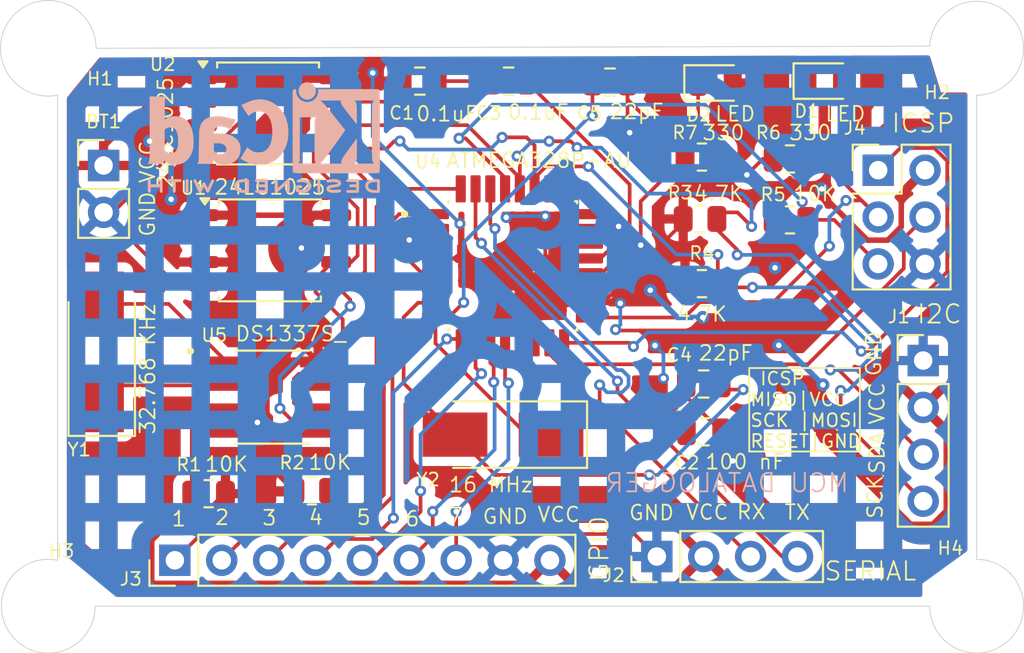
<source format=kicad_pcb>
(kicad_pcb (version 20241229) (generator "pcbnew") (generator_version "9.0")
  (title_block (title "${Project name}") (date "2025-06-06") (rev "1") (comment 1 "2layer PCB"))
  (layers (0 "F.Cu" mixed) (2 "B.Cu" mixed) (13 "F.Paste" user) (15 "B.Paste" user) (5 "F.SilkS" user "F.Silkscreen") (7 "B.SilkS" user "B.Silkscreen") (1 "F.Mask" user) (3 "B.Mask" user) (25 "Edge.Cuts" user))
  (property "Project name" "MCU Datalogger with memory and clock")
  (net 0 "")
  (net 1 "GND")
  (net 2 "/VCC")
  (net 3 "Net-(U4-AREF)")
  (net 4 "Net-(U4-PB6)")
  (net 5 "Net-(U4-PB7)")
  (net 6 "/SCK")
  (net 7 "Net-(D1-K)")
  (net 8 "Net-(D2-K)")
  (net 9 "/SDA")
  (net 10 "/RX")
  (net 11 "/TX")
  (net 12 "/D6")
  (net 13 "/D8")
  (net 14 "/D2")
  (net 15 "/D3")
  (net 16 "/D4")
  (net 17 "/D5")
  (net 18 "/D7")
  (net 19 "/MOSI")
  (net 20 "/MISO")
  (net 21 "/RESET")
  (net 22 "Net-(U5-~{INTA})")
  (net 23 "Net-(U5-SQW{slash}~INT)")
  (net 33 "Net-(U5-X1)")
  (net 34 "Net-(U5-X2)")
  (net 35 "/SCL")
  (footprint "LED_SMD:LED_0805_2012Metric" (layer "F.Cu") (at 81.3539 61.3156)
    (property "Reference" "D2")
    (property "Value" "LED")
  )
  (footprint "Package_SO:SOIC-8_5.3x5.3mm_P1.27mm" (layer "F.Cu") (at 57.2201 70.3834)
    (property "Reference" "U1")
    (property "Value" "24LC1025")
  )
  (footprint "Connector_PinHeader_2.54mm:PinHeader_2x03_P2.54mm_Vertical" (layer "F.Cu") (at 90.17 66.04)
    (property "Reference" "J4")
    (property "Value" "Conn_02x03_Odd_Even" (hide yes))
  )
  (footprint "ATMEGA328P-AU:QFP80P900X900X120-32N" (layer "F.Cu") (at 70.358 71.2216)
    (property "Reference" "U4")
    (property "Value" "ATMEGA328P-AU")
  )
  (footprint "MountingHole:MountingHole_2.1mm" (layer "F.Cu") (at 45.2628 59.3344)
    (property "Reference" "H1")
    (property "Value" "MountingHole" (hide yes))
  )
  (footprint "MountingHole:MountingHole_2.1mm" (layer "F.Cu") (at 95.4532 59.3344)
    (property "Reference" "H2")
    (property "Value" "MountingHole" (hide yes))
  )
  (footprint "LED_SMD:LED_0805_2012Metric" (layer "F.Cu") (at 87.2744 61.214)
    (property "Reference" "D1")
    (property "Value" "LED")
  )
  (footprint "Capacitor_SMD:C_0805_2012Metric" (layer "F.Cu") (at 80.7364 80.2132)
    (property "Reference" "C2")
    (property "Value" "100 nF")
  )
  (footprint "Package_SO:SOIC-8_5.3x5.3mm_P1.27mm" (layer "F.Cu") (at 57.1185 62.9666)
    (property "Reference" "U2")
    (property "Value" "24LC1025")
  )
  (footprint "Capacitor_SMD:C_0805_2012Metric" (layer "F.Cu") (at 75.6412 61.2648 180)
    (property "Reference" "C5")
    (property "Value" "22pF")
  )
  (footprint "Resistor_SMD:R_0805_2012Metric" (layer "F.Cu") (at 80.6215 72.1868)
    (property "Reference" "R4")
    (property "Value" "4.7K")
  )
  (footprint "Connector_PinHeader_2.54mm:PinHeader_1x04_P2.54mm_Vertical" (layer "F.Cu") (at 92.6084 76.3524)
    (property "Reference" "J1")
    (property "Value" "Conn_01x04_Pin" (hide yes))
  )
  (footprint "Resistor_SMD:R_0805_2012Metric" (layer "F.Cu") (at 85.3967 68.7324)
    (property "Reference" "R5")
    (property "Value" "10K")
  )
  (footprint "Resistor_SMD:R_0805_2012Metric" (layer "F.Cu") (at 80.6215 65.3288 180)
    (property "Reference" "R7")
    (property "Value" "330")
  )
  (footprint "Resistor_SMD:R_0805_2012Metric" (layer "F.Cu") (at 85.3948 65.4304)
    (property "Reference" "R6")
    (property "Value" "330")
  )
  (footprint "Crystal:Crystal_SMD_5032-2Pin_5.0x3.2mm_HandSoldering" (layer "F.Cu") (at 48.1076 75.886 90)
    (property "Reference" "Y1")
    (property "Value" "32.768 KHz")
  )
  (footprint "Connector_PinHeader_2.54mm:PinHeader_1x04_P2.54mm_Vertical" (layer "F.Cu") (at 78.1812 86.9696 90)
    (property "Reference" "J2")
    (property "Value" "Conn_01x04_Pin" (hide yes))
  )
  (footprint "MountingHole:MountingHole_2.1mm" (layer "F.Cu") (at 95.4532 89.662)
    (property "Reference" "H4")
    (property "Value" "MountingHole" (hide yes))
  )
  (footprint "Connector_PinHeader_2.54mm:PinHeader_1x02_P2.54mm_Vertical" (layer "F.Cu") (at 48.2092 65.786)
    (property "Reference" "BT1")
    (property "Value" "Battery" (hide yes))
  )
  (footprint "Capacitor_SMD:C_0805_2012Metric" (layer "F.Cu") (at 80.7212 77.6224)
    (property "Reference" "C4")
    (property "Value" "22pF")
  )
  (footprint "DS1337S_:SOIC127P600X175-8N" (layer "F.Cu") (at 57.3532 78.3336)
    (property "Reference" "U5")
    (property "Value" "DS1337S_")
  )
  (footprint "Capacitor_SMD:C_0805_2012Metric" (layer "F.Cu") (at 65.344 61.214)
    (property "Reference" "C1")
    (property "Value" "0.1uF")
  )
  (footprint "Resistor_SMD:R_0805_2012Metric" (layer "F.Cu") (at 59.4868 83.4136)
    (property "Reference" "R2")
    (property "Value" "10K")
  )
  (footprint "Connector_PinHeader_2.54mm:PinHeader_1x09_P2.54mm_Vertical" (layer "F.Cu") (at 52.07 87.1728 90)
    (property "Reference" "J3")
    (property "Value" "Conn_01x09_Pin" (hide yes))
  )
  (footprint "Capacitor_SMD:C_0805_2012Metric" (layer "F.Cu") (at 70.1548 61.214)
    (property "Reference" "C3")
    (property "Value" "0.1uF")
  )
  (footprint "Crystal:Crystal_SMD_5032-2Pin_5.0x3.2mm_HandSoldering" (layer "F.Cu") (at 69.85 80.3656 180)
    (property "Reference" "Y2")
    (property "Value" "16 MHz")
  )
  (footprint "Resistor_SMD:R_0805_2012Metric" (layer "F.Cu") (at 80.5199 68.6816)
    (property "Reference" "R3")
    (property "Value" "4.7K")
  )
  (footprint "Resistor_SMD:R_0805_2012Metric" (layer "F.Cu") (at 53.8988 83.566 180)
    (property "Reference" "R1")
    (property "Value" "10K")
  )
  (footprint "MountingHole:MountingHole_2.1mm" (layer "F.Cu") (at 45.2628 89.662)
    (property "Reference" "H3")
    (property "Value" "MountingHole" (hide yes))
  )
  (footprint "Symbol:KiCad-Logo2_5mm_SilkScreen" (layer "B.Cu") (at 56.896 64.262 180)
    (property "Reference" "REF**" (hide yes))
    (property "Value" "KiCad-Logo2_5mm_SilkScreen" (hide yes))
  )
  (gr_rect (start 83.185 76.7588) (end 89.1794 81.28) (stroke (width 0.1)) (fill no) (layer "F.SilkS"))
  (gr_line (start 48.0568 59.436) (end 47.802301 59.436) (stroke (width 0.05)) (layer "Edge.Cuts"))
  (gr_arc (start 45.72 61.976) (mid 43.20881 57.793777) (end 47.802302 59.436) (stroke (width 0.05)) (layer "Edge.Cuts"))
  (gr_arc (start 47.752 89.662) (mid 43.247711 91.272332) (end 45.710135 87.171325) (stroke (width 0.05)) (layer "Edge.Cuts"))
  (gr_line (start 95.504 61.976) (end 95.504 86.9188) (stroke (width 0.05)) (layer "Edge.Cuts"))
  (gr_line (start 95.504 86.9188) (end 95.504 87.122) (stroke (width 0.05)) (layer "Edge.Cuts"))
  (gr_line (start 45.72 87.122) (end 45.72 61.976) (stroke (width 0.05)) (layer "Edge.Cuts"))
  (gr_arc (start 92.964 59.320955) (mid 97.342117 57.679253) (end 95.504 61.978604) (stroke (width 0.05)) (layer "Edge.Cuts"))
  (gr_arc (start 95.504 87.122) (mid 97.300051 91.458051) (end 92.964 89.662) (stroke (width 0.05)) (layer "Edge.Cuts"))
  (gr_line (start 92.964 89.662) (end 47.752 89.662) (stroke (width 0.05)) (layer "Edge.Cuts"))
  (gr_line (start 45.72 87.122) (end 45.72 87.171325) (stroke (width 0.05)) (layer "Edge.Cuts"))
  (gr_line (start 48.0568 59.436) (end 92.964 59.320955) (stroke (width 0.05)) (layer "Edge.Cuts"))
  (gr_text "SDA" (at 90.5764 82.55 90) (layer "F.SilkS") (effects (font (size 0.8 0.8) (thickness 0.1)) (justify left bottom)))
  (gr_text "SERIAL" (at 87.1812 88.3496 0) (layer "F.SilkS") (effects (font (size 1 1) (thickness 0.1)) (justify left bottom)))
  (gr_text "TX" (at 85.0392 85.0392 0) (layer "F.SilkS") (effects (font (size 0.8 0.8) (thickness 0.1)) (justify left bottom)))
  (gr_text "SCK" (at 90.4748 84.9884 90) (layer "F.SilkS") (effects (font (size 0.8 0.8) (thickness 0.1)) (justify left bottom)))
  (gr_text "RX" (at 82.4484 85.0138 0) (layer "F.SilkS") (effects (font (size 0.8 0.8) (thickness 0.1)) (justify left bottom)))
  (gr_text "4" (at 59.2582 85.3186 0) (layer "F.SilkS") (effects (font (size 0.8 0.8) (thickness 0.1)) (justify left bottom)))
  (gr_text "GND" (at 51.054 69.706 90) (layer "F.SilkS") (effects (font (size 0.8 0.8) (thickness 0.1)) (justify left bottom)))
  (gr_text "GND" (at 68.6816 85.2678 0) (layer "F.SilkS") (effects (font (size 0.8 0.8) (thickness 0.1)) (justify left bottom)))
  (gr_text "7" (at 66.8274 85.217 0) (layer "F.SilkS") (effects (font (size 0.8 0.8) (thickness 0.1)) (justify left bottom)))
  (gr_text "GND" (at 76.6064 85.0646 0) (layer "F.SilkS") (effects (font (size 0.8 0.8) (thickness 0.1)) (justify left bottom)))
  (gr_text "I2C" (at 92.202 74.422 0) (layer "F.SilkS") (effects (font (size 1 1) (thickness 0.1)) (justify left bottom)))
  (gr_text "ICSP" (at 90.8304 64.0842 0) (layer "F.SilkS") (effects (font (size 1 1) (thickness 0.1)) (justify left bottom)))
  (gr_text " ICSP\nMISO|VCC\nSCK |MOSI\nRESET|GND" (at 83.185 81.1276 0) (layer "F.SilkS") (effects (font (size 0.7 0.7) (thickness 0.1)) (justify left bottom)))
  (gr_text "GND" (at 90.3986 77.2668 90) (layer "F.SilkS") (effects (font (size 0.8 0.8) (thickness 0.1)) (justify left bottom)))
  (gr_text "5" (at 61.849 85.3186 0) (layer "F.SilkS") (effects (font (size 0.8 0.8) (thickness 0.1)) (justify left bottom)))
  (gr_text "VCC" (at 71.6534 85.1662 0) (layer "F.SilkS") (effects (font (size 0.8 0.8) (thickness 0.1)) (justify left bottom)))
  (gr_text "GPIO" (at 75.6412 88.3496 90) (layer "F.SilkS") (effects (font (size 1 1) (thickness 0.1)) (justify left bottom)))
  (gr_text "VCC" (at 79.7052 85.0392 0) (layer "F.SilkS") (effects (font (size 0.8 0.8) (thickness 0.1)) (justify left bottom)))
  (gr_text "6" (at 64.4906 85.3948 0) (layer "F.SilkS") (effects (font (size 0.8 0.8) (thickness 0.1)) (justify left bottom)))
  (gr_text "VCC" (at 51.054 66.802 90) (layer "F.SilkS") (effects (font (size 0.8 0.8) (thickness 0.1)) (justify left bottom)))
  (gr_text "VCC" (at 90.5764 79.883 90) (layer "F.SilkS") (effects (font (size 0.8 0.8) (thickness 0.1)) (justify left bottom)))
  (gr_text "2\n" (at 54.1782 85.3186 0) (layer "F.SilkS") (effects (font (size 0.8 0.8) (thickness 0.1)) (justify left bottom)))
  (gr_text "3" (at 56.7436 85.344 0) (layer "F.SilkS") (effects (font (size 0.8 0.8) (thickness 0.1)) (justify left bottom)))
  (gr_text "1" (at 51.8414 85.3948 0) (layer "F.SilkS") (effects (font (size 0.8 0.8) (thickness 0.1)) (justify left bottom)))
  (gr_text "MCU DATALOGGER" (at 88.646 83.566 0) (layer "B.SilkS") (effects (font (size 1 1) (thickness 0.1)) (justify left bottom mirror)))
  (segment (start 69.85 87.1728) (end 71.2724 85.7504) (width 0.2) (layer "F.Cu") (net 1))
  (segment (start 53.531 64.8716) (end 54.1528 64.8716) (width 0.2) (layer "F.Cu") (net 1))
  (segment (start 66.188 71.6216) (end 65.453 71.6216) (width 0.2) (layer "F.Cu") (net 1))
  (segment (start 77.308 67.726) (end 79.7052 65.3288) (width 0.2) (layer "F.Cu") (net 1))
  (segment (start 64.97 70.0216) (end 64.77 69.8216) (width 0.2) (layer "F.Cu") (net 1))
  (segment (start 54.1528 64.8716) (end 56.6928 62.3316) (width 0.2) (layer "F.Cu") (net 1))
  (segment (start 76.5912 63.8912) (end 76.708 64.008) (width 0.2) (layer "F.Cu") (net 1))
  (segment (start 79.7052 65.3288) (end 79.709 65.3288) (width 0.2) (layer "F.Cu") (net 1))
  (segment (start 64.77 70.9386) (end 64.77 69.8216) (width 0.2) (layer "F.Cu") (net 1))
  (segment (start 71.2724 85.7504) (end 76.962 85.7504) (width 0.2) (layer "F.Cu") (net 1))
  (segment (start 66.188 70.0216) (end 64.97 70.0216) (width 0.2) (layer "F.Cu") (net 1))
  (segment (start 48.2092 68.326) (end 52.1716 72.2884) (width 0.2) (layer "F.Cu") (net 1))
  (segment (start 65.1764 62.3316) (end 66.294 61.214) (width 0.2) (layer "F.Cu") (net 1))
  (segment (start 81.6864 80.2132) (end 81.6864 81.1784) (width 0.2) (layer "F.Cu") (net 1))
  (segment (start 76.962 85.7504) (end 78.1812 86.9696) (width 0.2) (layer "F.Cu") (net 1))
  (segment (start 56.007 80.2386) (end 56.5404 79.7052) (width 0.2) (layer "F.Cu") (net 1))
  (segment (start 52.1716 72.2884) (end 53.6326 72.2884) (width 0.2) (layer "F.Cu") (net 1))
  (segment (start 53.531 62.3316) (end 56.6928 62.3316) (width 0.2) (layer "F.Cu") (net 1))
  (segment (start 56.6928 62.3316) (end 60.706 62.3316) (width 0.2) (layer "F.Cu") (net 1))
  (segment (start 60.706 62.3316) (end 65.1764 62.3316) (width 0.2) (layer "F.Cu") (net 1))
  (segment (start 53.4294 64.77) (end 53.531 64.8716) (width 0.2) (layer "F.Cu") (net 1))
  (segment (start 54.8782 80.2386) (end 56.007 80.2386) (width 0.2) (layer "F.Cu") (net 1))
  (segment (start 81.6864 80.2132) (end 79.7712 78.298) (width 0.2) (layer "F.Cu") (net 1))
  (segment (start 48.7172 68.326) (end 52.1716 64.8716) (width 0.2) (layer "F.Cu") (net 1))
  (segment (start 60.8076 69.7484) (end 59.436 69.7484) (width 0.2) (layer "F.Cu") (net 1))
  (segment (start 76.108 69.838912) (end 76.108 69.088) (width 0.2) (layer "F.Cu") (net 1))
  (segment (start 79.7712 78.298) (end 79.7712 77.6224) (width 0.2) (layer "F.Cu") (net 1))
  (segment (start 74.528 70.8216) (end 75.125312 70.8216) (width 0.2) (layer "F.Cu") (net 1))
  (segment (start 65.453 71.6216) (end 64.77 70.9386) (width 0.2) (layer "F.Cu") (net 1))
  (segment (start 52.1716 64.8716) (end 53.531 64.8716) (width 0.2) (layer "F.Cu") (net 1))
  (segment (start 77.308 70.101399) (end 77.308 67.726) (width 0.2) (layer "F.Cu") (net 1))
  (segment (start 75.125312 70.8216) (end 76.108 69.838912) (width 0.2) (layer "F.Cu") (net 1))
  (segment (start 76.5912 62.211) (end 79.709 65.3288) (width 0.2) (layer "F.Cu") (net 1))
  (segment (start 81.6864 81.1784) (end 82.296 81.788) (width 0.2) (layer "F.Cu") (net 1))
  (segment (start 66.294 61.214) (end 69.2048 61.214) (width 0.2) (layer "F.Cu") (net 1))
  (segment (start 59.436 69.7484) (end 58.928 70.2564) (width 0.2) (layer "F.Cu") (net 1))
  (segment (start 76.5912 61.2648) (end 76.5912 63.8912) (width 0.2) (layer "F.Cu") (net 1))
  (segment (start 84.4823 65.4304) (end 83.9216 65.4304) (width 0.2) (layer "F.Cu") (net 1))
  (segment (start 76.5912 61.2648) (end 76.5912 62.211) (width 0.2) (layer "F.Cu") (net 1))
  (segment (start 48.2092 68.326) (end 48.7172 68.326) (width 0.2) (layer "F.Cu") (net 1))
  (segment (start 83.9216 65.4304) (end 83.058 66.294) (width 0.2) (layer "F.Cu") (net 1))
  (via (at 82.296 81.788) (size 0.6) (drill 0.3) (layers "F.Cu" "B.Cu") (net 1))
  (via (at 83.058 66.294) (size 0.6) (drill 0.3) (layers "F.Cu" "B.Cu") (net 1))
  (via (at 76.108 69.088) (size 0.6) (drill 0.3) (layers "F.Cu" "B.Cu") (net 1))
  (via (at 58.928 70.2564) (size 0.6) (drill 0.3) (layers "F.Cu" "B.Cu") (net 1))
  (via (at 77.308 70.101399) (size 0.6) (drill 0.3) (layers "F.Cu" "B.Cu") (net 1))
  (via (at 76.708 64.008) (size 0.6) (drill 0.3) (layers "F.Cu" "B.Cu") (net 1))
  (via (at 56.5404 79.7052) (size 0.6) (drill 0.3) (layers "F.Cu" "B.Cu") (net 1))
  (via (at 64.77 69.8216) (size 0.6) (drill 0.3) (layers "F.Cu" "B.Cu") (net 1))
  (segment (start 76.294601 69.088) (end 77.308 70.101399) (width 0.2) (layer "B.Cu") (net 1))
  (segment (start 76.108 69.088) (end 76.294601 69.088) (width 0.2) (layer "B.Cu") (net 1))
  (segment (start 87.176707 80.464107) (end 87.176707 77.665387) (width 0.3) (layer "F.Cu") (net 2))
  (segment (start 91.936 85.2234) (end 87.176707 80.464107) (width 0.3) (layer "F.Cu") (net 2))
  (segment (start 83.6676 74.0156) (end 80.6704 74.0156) (width 0.3) (layer "F.Cu") (net 2))
  (segment (start 52.1716 61.608501) (end 52.1716 63.6016) (width 0.3) (layer "F.Cu") (net 2))
  (segment (start 94.6404 80.9244) (end 94.6404 85.4456) (width 0.3) (layer "F.Cu") (net 2))
  (segment (start 72.9902 71.4662) (end 73.442 71.918) (width 0.2) (layer "F.Cu") (net 2))
  (segment (start 84.4842 68.7324) (end 84.4842 71.230612) (width 0.3) (layer "F.Cu") (net 2))
  (segment (start 51.562 63.6016) (end 50.6984 64.4652) (width 0.3) (layer "F.Cu") (net 2))
  (segment (start 73.685978 73.0476) (end 74.528 73.0476) (width 0.2) (layer "F.Cu") (net 2))
  (segment (start 78.5368 78.9636) (end 78.5368 77.3176) (width 0.2) (layer "F.Cu") (net 2))
  (segment (start 92.6084 78.8924) (end 93.8594 80.1434) (width 0.3) (layer "F.Cu") (net 2))
  (segment (start 75.9968 74.7268) (end 77.2668 74.7268) (width 0.2) (layer "F.Cu") (net 2))
  (segment (start 52.718501 61.0616) (end 52.1716 61.608501) (width 0.3) (layer "F.Cu") (net 2))
  (segment (start 62.788613 60.198) (end 62.70778 60.117167) (width 0.2) (layer "F.Cu") (net 2))
  (segment (start 48.2092 64.840198) (end 48.2092 65.786) (width 0.2) (layer "F.Cu") (net 2))
  (segment (start 54.8113 83.566) (end 58.4219 83.566) (width 0.3) (layer "F.Cu") (net 2))
  (segment (start 58.5743 83.4136) (end 57.2414 82.0807) (width 0.3) (layer "F.Cu") (net 2))
  (segment (start 58.4219 83.566) (end 58.5743 83.4136) (width 0.3) (layer "F.Cu") (net 2))
  (segment (start 84.4842 71.230612) (end 84.582 71.328412) (width 0.3) (layer "F.Cu") (net 2))
  (segment (start 57.2414 79.416364) (end 57.0586 79.233564) (width 0.3) (layer "F.Cu") (net 2))
  (segment (start 71.139 88.4238) (end 50.819 88.4238) (width 0.3) (layer "F.Cu") (net 2))
  (segment (start 53.6326 69.7484) (end 53.6326 71.0184) (width 0.3) (layer "F.Cu") (net 2))
  (segment (start 64.14 61.468) (end 64.394 61.214) (width 0.3) (layer "F.Cu") (net 2))
  (segment (start 73.442 72.003622) (end 73.459978 72.0216) (width 0.2) (layer "F.Cu") (net 2))
  (segment (start 52.769 67.6148) (end 53.6326 68.4784) (width 0.3) (layer "F.Cu") (net 2))
  (segment (start 77.8256 72.5424) (end 79.3534 72.5424) (width 0.3) (layer "F.Cu") (net 2))
  (segment (start 53.531 61.0616) (end 52.718501 61.0616) (width 0.3) (layer "F.Cu") (net 2))
  (segment (start 57.0586 79.233564) (end 57.0586 78.09516) (width 0.3) (layer "F.Cu") (net 2))
  (segment (start 77.2668 74.7268) (end 78.0796 75.5396) (width 0.2) (layer "F.Cu") (net 2))
  (segment (start 74.56 73.2536) (end 74.528 73.2216) (width 0.2) (layer "F.Cu") (net 2))
  (segment (start 58.227 74.8274) (end 58.227 69.966036) (width 0.3) (layer "F.Cu") (net 2))
  (segment (start 84.4842 68.1698) (end 84.4842 68.7324) (width 0.3) (layer "F.Cu") (net 2))
  (segment (start 57.0586 78.09516) (end 58.72516 76.4286) (width 0.3) (layer "F.Cu") (net 2))
  (segment (start 79.6074 72.0852) (end 79.709 72.1868) (width 0.3) (layer "F.Cu") (net 2))
  (segment (start 57.2414 82.0807) (end 57.2414 79.416364) (width 0.3) (layer "F.Cu") (net 2))
  (segment (start 62.70778 60.117167) (end 52.932231 60.117167) (width 0.2) (layer "F.Cu") (net 2))
  (segment (start 82.7532 89.0016) (end 80.7212 86.9696) (width 0.3) (layer "F.Cu") (net 2))
  (segment (start 91.0844 89.0016) (end 82.7532 89.0016) (width 0.3) (layer "F.Cu") (net 2))
  (segment (start 67.5132 68.9356) (end 67.5132 70.093712) (width 0.2) (layer "F.Cu") (net 2))
  (segment (start 53.531 61.0616) (end 60.706 61.0616) (width 0.3) (layer "F.Cu") (net 2))
  (segment (start 67.457256 70.149656) (end 67.457256 70.8216) (width 0.2) (layer "F.Cu") (net 2))
  (segment (start 62.788613 60.768) (end 62.788613 60.198) (width 0.2) (layer "F.Cu") (net 2))
  (segment (start 87.122 67.056) (end 85.598 67.056) (width 0.3) (layer "F.Cu") (net 2))
  (segment (start 72.933146 71.4662) (end 72.9902 71.4662) (width 0.2) (layer "F.Cu") (net 2))
  (segment (start 67.457256 70.8216) (end 66.188 70.8216) (width 0.2) (layer "F.Cu") (net 2))
  (segment (start 72.39 87.1728) (end 71.139 88.4238) (width 0.3) (layer "F.Cu") (net 2))
  (segment (start 73.442 72.039578) (end 73.442 72.803622) (width 0.2) (layer "F.Cu") (net 2))
  (segment (start 72.136 68.5292) (end 72.136 70.612) (width 0.2) (layer "F.Cu") (net 2))
  (segment (start 53.531 63.6016) (end 51.562 63.6016) (width 0.3) (layer "F.Cu") (net 2))
  (segment (start 72.39 87.1728) (end 74.168 88.9508) (width 0.3) (layer "F.Cu") (net 2))
  (segment (start 78.74 88.9508) (end 80.7212 86.9696) (width 0.3) (layer "F.Cu") (net 2))
  (segment (start 92.71 66.04) (end 91.421 67.329) (width 0.3) (layer "F.Cu") (net 2))
  (segment (start 89.58952 69.831) (end 87.122 67.36348) (width 0.3) (layer "F.Cu") (net 2))
  (segment (start 87.122 67.36348) (end 87.122 67.056) (width 0.3) (layer "F.Cu") (net 2))
  (segment (start 52.1716 63.6016) (end 53.531 63.6016) (width 0.3) (layer "F.Cu") (net 2))
  (segment (start 93.8594 80.1434) (end 93.8594 84.490582) (width 0.3) (layer "F.Cu") (net 2))
  (segment (start 79.6074 68.6816) (end 79.6074 72.0852) (width 0.3) (layer "F.Cu") (net 2))
  (segment (start 52.932231 60.117167) (end 48.2092 64.840198) (width 0.2) (layer "F.Cu") (net 2))
  (segment (start 91.421 69.098182) (end 90.688182 69.831) (width 0.3) (layer "F.Cu") (net 2))
  (segment (start 75.263 73.2216) (end 79.6074 68.8772) (width 0.2) (layer "F.Cu") (net 2))
  (segment (start 84.7852 75.1332) (end 83.6676 74.0156) (width 0.3) (layer "F.Cu") (net 2))
  (segment (start 60.706 61.0616) (end 61.1124 61.468) (width 0.3) (layer "F.Cu") (net 2))
  (segment (start 72.5518 71.084854) (end 72.933146 71.4662) (width 0.2) (layer "F.Cu") (net 2))
  (segment (start 94.6404 85.4456) (end 91.0844 89.0016) (width 0.3) (layer "F.Cu") (net 2))
  (segment (start 50.819 88.4238) (end 50.819 86.087) (width 0.3) (layer "F.Cu") (net 2))
  (segment (start 52.239 84.667) (end 53.7103 84.667) (width 0.3) (layer "F.Cu") (net 2))
  (segment (start 50.819 86.087) (end 52.239 84.667) (width 0.3) (layer "F.Cu") (net 2))
  (segment (start 93.126582 85.2234) (end 91.936 85.2234) (width 0.3) (layer "F.Cu") (net 2))
  (segment (start 85.598 67.056) (end 84.4842 68.1698) (width 0.3) (layer "F.Cu") (net 2))
  (segment (start 84.7852 75.5284) (end 84.7852 75.1332) (width 0.3) (layer "F.Cu") (net 2))
  (segment (start 51.8668 67.6148) (end 52.769 67.6148) (width 0.3) (layer "F.Cu") (net 2))
  (segment (start 74.168 88.9508) (end 78.74 88.9508) (width 0.3) (layer "F.Cu") (net 2))
  (segment (start 73.442 71.918) (end 73.442 72.003622) (width 0.2) (layer "F.Cu") (net 2))
  (segment (start 74.528 73.0476) (end 74.528 73.2216) (width 0.2) (layer "F.Cu") (net 2))
  (segment (start 53.6326 68.4784) (end 60.8076 68.4784) (width 0.3) (layer "F.Cu") (net 2))
  (segment (start 79.6074 68.8772) (end 79.6074 68.6816) (width 0.2) (layer "F.Cu") (net 2))
  (segment (start 90.688182 69.831) (end 89.58952 69.831) (width 0.3) (layer "F.Cu") (net 2))
  (segment (start 74.528 73.2216) (end 75.263 73.2216) (width 0.2) (layer "F.Cu") (net 2))
  (segment (start 75.946 74.676) (end 75.9968 74.7268) (width 0.2) (layer "F.Cu") (net 2))
  (segment (start 91.421 67.329) (end 91.421 69.098182) (width 0.3) (layer "F.Cu") (net 2))
  (segment (start 61.1124 61.468) (end 64.14 61.468) (width 0.3) (layer "F.Cu") (net 2))
  (segment (start 58.72516 76.4286) (end 59.8282 76.4286) (width 0.3) (layer "F.Cu") (net 2))
  (segment (start 53.7103 84.667) (end 54.8113 83.566) (width 0.3) (layer "F.Cu") (net 2))
  (segment (start 67.5132 70.093712) (end 67.457256 70.149656) (width 0.2) (layer "F.Cu") (net 2))
  (segment (start 72.5518 71.0278) (end 72.5518 71.084854) (width 0.2) (layer "F.Cu") (net 2))
  (segment (start 92.6084 78.8924) (end 94.6404 80.9244) (width 0.3) (layer "F.Cu") (net 2))
  (segment (start 79.3534 72.5424) (end 79.709 72.1868) (width 0.3) (layer "F.Cu") (net 2))
  (segment (start 53.6326 68.4784) (end 53.6326 69.7484) (width 0.3) (layer "F.Cu") (net 2))
  (segment (start 59.8282 76.4286) (end 58.227 74.8274) (width 0.3) (layer "F.Cu") (net 2))
  (segment (start 73.442 72.803622) (end 73.685978 73.0476) (width 0.2) (layer "F.Cu") (net 2))
  (segment (start 76.2 73.2536) (end 74.56 73.2536) (width 0.2) (layer "F.Cu") (net 2))
  (segment (start 73.459978 72.0216) (end 73.442 72.039578) (width 0.2) (layer "F.Cu") (net 2))
  (segment (start 59.714636 68.4784) (end 60.8076 68.4784) (width 0.3) (layer "F.Cu") (net 2))
  (segment (start 72.136 70.612) (end 72.5518 71.0278) (width 0.2) (layer "F.Cu") (net 2))
  (segment (start 58.227 69.966036) (end 59.714636 68.4784) (width 0.3) (layer "F.Cu") (net 2))
  (segment (start 93.8594 84.490582) (end 93.126582 85.2234) (width 0.3) (layer "F.Cu") (net 2))
  (segment (start 79.7864 80.2132) (end 78.5368 78.9636) (width 0.2) (layer "F.Cu") (net 2))
  (via (at 50.6984 64.4652) (size 0.7) (drill 0.3) (layers "F.Cu" "B.Cu") (net 2))
  (via (at 87.122 67.056) (size 0.7) (drill 0.3) (layers "F.Cu" "B.Cu") (net 2))
  (via (at 87.176707 77.665387) (size 0.7) (drill 0.3) (layers "F.Cu" "B.Cu") (net 2))
  (via (at 62.788613 60.768) (size 0.6) (drill 0.3) (layers "F.Cu" "B.Cu") (net 2))
  (via (at 67.5132 68.9356) (size 0.6) (drill 0.3) (layers "F.Cu" "B.Cu") (net 2))
  (via (at 51.8668 67.6148) (size 0.7) (drill 0.3) (layers "F.Cu" "B.Cu") (net 2))
  (via (at 76.2 73.2536) (size 0.6) (drill 0.3) (layers "F.Cu" "B.Cu") (net 2))
  (via (at 80.6704 74.0156) (size 0.7) (drill 0.3) (layers "F.Cu" "B.Cu") (net 2))
  (via (at 84.7852 75.5284) (size 0.7) (drill 0.3) (layers "F.Cu" "B.Cu") (net 2))
  (via (at 78.5368 77.3176) (size 0.6) (drill 0.3) (layers "F.Cu" "B.Cu") (net 2))
  (via (at 75.946 74.676) (size 0.6) (drill 0.3) (layers "F.Cu" "B.Cu") (net 2))
  (via (at 84.582 71.328412) (size 0.7) (drill 0.3) (layers "F.Cu" "B.Cu") (net 2))
  (via (at 70.020265 68.597865) (size 0.6) (drill 0.3) (layers "F.Cu" "B.Cu") (net 2))
  (via (at 78.0796 75.5396) (size 0.6) (drill 0.3) (layers "F.Cu" "B.Cu") (net 2))
  (via (at 77.8256 72.5424) (size 0.7) (drill 0.3) (layers "F.Cu" "B.Cu") (net 2))
  (via (at 72.136 68.5292) (size 0.6) (drill 0.3) (layers "F.Cu" "B.Cu") (net 2))
  (segment (start 70.08893 68.5292) (end 70.020265 68.597865) (width 0.2) (layer "B.Cu") (net 2))
  (segment (start 62.788613 64.211013) (end 67.5132 68.9356) (width 0.2) (layer "B.Cu") (net 2))
  (segment (start 51.8668 65.6336) (end 51.8668 67.6148) (width 0.3) (layer "B.Cu") (net 2))
  (segment (start 75.946 74.676) (end 76.2 74.422) (width 0.2) (layer "B.Cu") (net 2))
  (segment (start 85.03972 75.5284) (end 84.7852 75.5284) (width 0.3) (layer "B.Cu") (net 2))
  (segment (start 78.5368 75.9968) (end 78.0796 75.5396) (width 0.2) (layer "B.Cu") (net 2))
  (segment (start 87.176707 77.665387) (end 85.03972 75.5284) (width 0.3) (layer "B.Cu") (net 2))
  (segment (start 78.5368 77.3176) (end 78.5368 75.9968) (width 0.2) (layer "B.Cu") (net 2))
  (segment (start 76.2 74.422) (end 76.2 73.2536) (width 0.2) (layer "B.Cu") (net 2))
  (segment (start 80.6704 74.0156) (end 79.2988 74.0156) (width 0.3) (layer "B.Cu") (net 2))
  (segment (start 72.136 68.5292) (end 70.08893 68.5292) (width 0.2) (layer "B.Cu") (net 2))
  (segment (start 79.2988 74.0156) (end 77.8256 72.5424) (width 0.3) (layer "B.Cu") (net 2))
  (segment (start 50.6984 64.4652) (end 51.8668 65.6336) (width 0.3) (layer "B.Cu") (net 2))
  (segment (start 62.788613 60.768) (end 62.788613 64.211013) (width 0.2) (layer "B.Cu") (net 2))
  (segment (start 76.708 70.1184) (end 75.2048 71.6216) (width 0.2) (layer "F.Cu") (net 3))
  (segment (start 71.1048 61.214) (end 76.708 66.8172) (width 0.2) (layer "F.Cu") (net 3))
  (segment (start 76.708 66.8172) (end 76.708 70.1184) (width 0.2) (layer "F.Cu") (net 3))
  (segment (start 75.2048 71.6216) (end 74.528 71.6216) (width 0.2) (layer "F.Cu") (net 3))
  (segment (start 64.4652 77.5808) (end 64.4652 74.0044) (width 0.2) (layer "F.Cu") (net 4))
  (segment (start 67.25 80.3656) (end 64.4652 77.5808) (width 0.2) (layer "F.Cu") (net 4))
  (segment (start 65.248 73.2216) (end 66.188 73.2216) (width 0.2) (layer "F.Cu") (net 4))
  (segment (start 82.8548 77.9272) (end 81.976 77.9272) (width 0.2) (layer "F.Cu") (net 4))
  (segment (start 67.25 80.3656) (end 69.4344 82.55) (width 0.2) (layer "F.Cu") (net 4))
  (segment (start 64.4652 74.0044) (end 65.248 73.2216) (width 0.2) (layer "F.Cu") (net 4))
  (segment (start 81.976 77.9272) (end 81.6712 77.6224) (width 0.2) (layer "F.Cu") (net 4))
  (segment (start 69.4344 82.55) (end 77.7748 82.55) (width 0.2) (layer "F.Cu") (net 4))
  (via (at 77.7748 82.55) (size 0.6) (drill 0.3) (layers "F.Cu" "B.Cu") (net 4))
  (via (at 82.8548 77.9272) (size 0.6) (drill 0.3) (layers "F.Cu" "B.Cu") (net 4))
  (segment (start 77.7748 82.55) (end 78.232 82.55) (width 0.2) (layer "B.Cu") (net 4))
  (segment (start 78.232 82.55) (end 82.8548 77.9272) (width 0.2) (layer "B.Cu") (net 4))
  (segment (start 66.188 75.418912) (end 66.188 74.0216) (width 0.2) (layer "F.Cu") (net 5))
  (segment (start 67.7164 73.2028) (end 66.8976 74.0216) (width 0.2) (layer "F.Cu") (net 5))
  (segment (start 72.45 80.3656) (end 71.134688 80.3656) (width 0.2) (layer "F.Cu") (net 5))
  (segment (start 74.6912 63.0784) (end 74.676 63.0936) (width 0.2) (layer "F.Cu") (net 5))
  (segment (start 71.134688 80.3656) (end 66.188 75.418912) (width 0.2) (layer "F.Cu") (net 5))
  (segment (start 74.6912 61.2648) (end 74.6912 63.0784) (width 0.2) (layer "F.Cu") (net 5))
  (segment (start 66.8976 74.0216) (end 66.188 74.0216) (width 0.2) (layer "F.Cu") (net 5))
  (via (at 74.676 63.0936) (size 0.6) (drill 0.3) (layers "F.Cu" "B.Cu") (net 5))
  (via (at 67.7164 73.2028) (size 0.6) (drill 0.3) (layers "F.Cu" "B.Cu") (net 5))
  (segment (start 74.676 63.0936) (end 74.5744 63.0936) (width 0.2) (layer "B.Cu") (net 5))
  (segment (start 74.5744 63.0936) (end 67.7164 69.9516) (width 0.2) (layer "B.Cu") (net 5))
  (segment (start 67.7164 69.9516) (end 67.7164 73.2028) (width 0.2) (layer "B.Cu") (net 5))
  (segment (start 88.2119 61.214) (end 88.2119 66.6219) (width 0.2) (layer "F.Cu") (net 6))
  (segment (start 74.528 74.0216) (end 79.673036 74.0216) (width 0.2) (layer "F.Cu") (net 6))
  (segment (start 89.269965 67.679965) (end 90.17 68.58) (width 0.2) (layer "F.Cu") (net 6))
  (segment (start 80.506836 73.1878) (end 84.4954 73.1878) (width 0.2) (layer "F.Cu") (net 6))
  (segment (start 88.428435 67.679965) (end 89.269965 67.679965) (width 0.2) (layer "F.Cu") (net 6))
  (segment (start 79.673036 74.0216) (end 80.506836 73.1878) (width 0.2) (layer "F.Cu") (net 6))
  (segment (start 88.2119 66.6219) (end 90.17 68.58) (width 0.2) (layer "F.Cu") (net 6))
  (segment (start 84.4954 73.1878) (end 87.5284 70.1548) (width 0.2) (layer "F.Cu") (net 6))
  (via (at 87.5284 70.1548) (size 0.6) (drill 0.3) (layers "F.Cu" "B.Cu") (net 6))
  (via (at 88.428435 67.679965) (size 0.6) (drill 0.3) (layers "F.Cu" "B.Cu") (net 6))
  (segment (start 87.5284 68.58) (end 88.428435 67.679965) (width 0.2) (layer "B.Cu") (net 6))
  (segment (start 87.5284 70.1548) (end 87.5284 68.58) (width 0.2) (layer "B.Cu") (net 6))
  (segment (start 86.3369 65.4008) (end 86.3073 65.4304) (width 0.2) (layer "F.Cu") (net 7))
  (segment (start 86.3369 61.214) (end 86.3369 65.4008) (width 0.2) (layer "F.Cu") (net 7))
  (segment (start 80.4164 61.3156) (end 80.4164 64.2112) (width 0.2) (layer "F.Cu") (net 8))
  (segment (start 80.4164 64.2112) (end 81.534 65.3288) (width 0.2) (layer "F.Cu") (net 8))
  (segment (start 92.6084 81.4324) (end 88.0364 76.8604) (width 0.2) (layer "F.Cu") (net 9))
  (segment (start 81.7372 72.39) (end 81.534 72.1868) (width 0.2) (layer "F.Cu") (net 9))
  (segment (start 71.12 64.262) (end 69.7992 64.262) (width 0.2) (layer "F.Cu") (net 9))
  (segment (start 61.5696 73.0504) (end 60.8076 72.2884) (width 0.2) (layer "F.Cu") (net 9))
  (segment (start 83.3628 72.39) (end 81.7372 72.39) (width 0.2) (layer "F.Cu") (net 9))
  (segment (start 81.4832 72.136) (end 81.534 72.1868) (width 0.2) (layer "F.Cu") (net 9))
  (segment (start 63.5508 64.8716) (end 60.706 64.8716) (width 0.2) (layer "F.Cu") (net 9))
  (segment (start 71.558 66.454288) (end 72.175488 65.8368) (width 0.2) (layer "F.Cu") (net 9))
  (segment (start 81.4832 70.612) (end 81.4832 72.136) (width 0.2) (layer "F.Cu") (net 9))
  (segment (start 62.3721 66.5377) (end 62.3721 71.536399) (width 0.2) (layer "F.Cu") (net 9))
  (segment (start 71.558 67.0516) (end 71.558 66.454288) (width 0.2) (layer "F.Cu") (net 9))
  (segment (start 64.262 64.4652) (end 63.9572 64.4652) (width 0.2) (layer "F.Cu") (net 9))
  (segment (start 61.620099 72.2884) (end 60.8076 72.2884) (width 0.2) (layer "F.Cu") (net 9))
  (segment (start 62.3721 71.536399) (end 61.620099 72.2884) (width 0.2) (layer "F.Cu") (net 9))
  (segment (start 59.8282 80.2386) (end 59.055 80.2386) (width 0.2) (layer "F.Cu") (net 9))
  (segment (start 71.558 64.7) (end 71.12 64.262) (width 0.2) (layer "F.Cu") (net 9))
  (segment (start 59.055 80.2386) (end 57.7596 78.9432) (width 0.2) (layer "F.Cu") (net 9))
  (segment (start 61.5696 73.406) (end 61.5696 73.0504) (width 0.2) (layer "F.Cu") (net 9))
  (segment (start 60.706 64.8716) (end 62.3721 66.5377) (width 0.2) (layer "F.Cu") (net 9))
  (segment (start 63.9572 64.4652) (end 63.5508 64.8716) (width 0.2) (layer "F.Cu") (net 9))
  (segment (start 72.175488 65.8368) (end 74.4728 65.8368) (width 0.2) (layer "F.Cu") (net 9))
  (segment (start 88.0364 76.8604) (end 87.5792 76.8604) (width 0.2) (layer "F.Cu") (net 9))
  (segment (start 71.558 67.0516) (end 71.558 64.7) (width 0.2) (layer "F.Cu") (net 9))
  (via (at 69.7992 64.262) (size 0.6) (drill 0.3) (layers "F.Cu" "B.Cu") (net 9))
  (via (at 74.4728 65.8368) (size 0.6) (drill 0.3) (layers "F.Cu" "B.Cu") (net 9))
  (via (at 64.262 64.4652) (size 0.6) (drill 0.3) (layers "F.Cu" "B.Cu") (net 9))
  (via (at 83.3628 72.39) (size 0.6) (drill 0.3) (layers "F.Cu" "B.Cu") (net 9))
  (via (at 61.5696 73.406) (size 0.6) (drill 0.3) (layers "F.Cu" "B.Cu") (net 9))
  (via (at 57.7596 78.9432) (size 0.6) (drill 0.3) (layers "F.Cu" "B.Cu") (net 9))
  (via (at 81.4832 70.612) (size 0.6) (drill 0.3) (layers "F.Cu" "B.Cu") (net 9))
  (via (at 87.5792 76.8604) (size 0.6) (drill 0.3) (layers "F.Cu" "B.Cu") (net 9))
  (segment (start 87.5792 76.8604) (end 89.089543 76.8604) (width 0.2) (layer "B.Cu") (net 9))
  (segment (start 89.8566 76.093343) (end 89.8566 75.595457) (width 0.2) (layer "B.Cu") (net 9))
  (segment (start 57.7596 78.9432) (end 57.7596 77.216) (width 0.2) (layer "B.Cu") (net 9))
  (segment (start 74.4728 65.8368) (end 79.248 70.612) (width 0.2) (layer "B.Cu") (net 9))
  (segment (start 69.1388 64.9224) (end 64.7192 64.9224) (width 0.2) (layer "B.Cu") (net 9))
  (segment (start 86.651143 72.39) (end 83.3628 72.39) (width 0.2) (layer "B.Cu") (net 9))
  (segment (start 57.7596 77.216) (end 61.5696 73.406) (width 0.2) (layer "B.Cu") (net 9))
  (segment (start 79.248 70.612) (end 81.4832 70.612) (width 0.2) (layer "B.Cu") (net 9))
  (segment (start 69.7992 64.262) (end 69.1388 64.9224) (width 0.2) (layer "B.Cu") (net 9))
  (segment (start 64.7192 64.9224) (end 64.262 64.4652) (width 0.2) (layer "B.Cu") (net 9))
  (segment (start 89.8566 75.595457) (end 86.651143 72.39) (width 0.2) (layer "B.Cu") (net 9))
  (segment (start 89.089543 76.8604) (end 89.8566 76.093343) (width 0.2) (layer "B.Cu") (net 9))
  (segment (start 69.158 68.9548) (end 69.158 67.0516) (width 0.2) (layer "F.Cu") (net 10))
  (segment (start 75.0824 78.7908) (end 75.0824 77.6732) (width 0.2) (layer "F.Cu") (net 10))
  (segment (start 83.2612 86.9696) (end 75.0824 78.7908) (width 0.2) (layer "F.Cu") (net 10))
  (segment (start 69.410665 69.207465) (end 69.158 68.9548) (width 0.2) (layer "F.Cu") (net 10))
  (via (at 75.0824 77.6732) (size 0.6) (drill 0.3) (layers "F.Cu" "B.Cu") (net 10))
  (via (at 69.410665 69.207465) (size 0.6) (drill 0.3) (layers "F.Cu" "B.Cu") (net 10))
  (segment (start 76.296543 78.071) (end 76.6486 77.718943) (width 0.2) (layer "B.Cu") (net 10))
  (segment (start 76.6486 77.221057) (end 76.296543 76.869) (width 0.2) (layer "B.Cu") (net 10))
  (segment (start 69.410665 70.265965) (end 69.410665 69.207465) (width 0.2) (layer "B.Cu") (net 10))
  (segment (start 76.6486 77.718943) (end 76.6486 77.221057) (width 0.2) (layer "B.Cu") (net 10))
  (segment (start 76.0137 76.869) (end 69.410665 70.265965) (width 0.2) (layer "B.Cu") (net 10))
  (segment (start 75.0824 77.6732) (end 75.4802 78.071) (width 0.2) (layer "B.Cu") (net 10))
  (segment (start 75.4802 78.071) (end 76.296543 78.071) (width 0.2) (layer "B.Cu") (net 10))
  (segment (start 76.296543 76.869) (end 76.0137 76.869) (width 0.2) (layer "B.Cu") (net 10))
  (segment (start 85.8012 86.9696) (end 84.963 86.9696) (width 0.2) (layer "F.Cu") (net 11))
  (segment (start 68.358 69.6788) (end 68.358 67.0516) (width 0.2) (layer "F.Cu") (net 11))
  (segment (start 68.6816 70.0024) (end 68.358 69.6788) (width 0.2) (layer "F.Cu") (net 11))
  (segment (start 84.963 86.9696) (end 76.0476 78.0542) (width 0.2) (layer "F.Cu") (net 11))
  (segment (start 76.0476 78.0542) (end 76.0476 77.47) (width 0.2) (layer "F.Cu") (net 11))
  (via (at 76.0476 77.47) (size 0.6) (drill 0.3) (layers "F.Cu" "B.Cu") (net 11))
  (via (at 68.6816 70.0024) (size 0.6) (drill 0.3) (layers "F.Cu" "B.Cu") (net 11))
  (segment (start 68.7324 70.0532) (end 68.7324 70.1548) (width 0.2) (layer "B.Cu") (net 11))
  (segment (start 68.6816 70.0024) (end 68.7324 70.0532) (width 0.2) (layer "B.Cu") (net 11))
  (segment (start 68.7324 70.1548) (end 76.0476 77.47) (width 0.2) (layer "B.Cu") (net 11))
  (segment (start 62.23 87.1728) (end 62.7463 87.1728) (width 0.2) (layer "F.Cu") (net 12))
  (segment (start 68.681409 77.063791) (end 68.358 76.740382) (width 0.2) (layer "F.Cu") (net 12))
  (segment (start 65.3796 84.5395) (end 65.3796 83.4136) (width 0.2) (layer "F.Cu") (net 12))
  (segment (start 68.358 76.740382) (end 68.358 75.3916) (width 0.2) (layer "F.Cu") (net 12))
  (segment (start 62.7463 87.1728) (end 65.3796 84.5395) (width 0.2) (layer "F.Cu") (net 12))
  (via (at 68.681409 77.063791) (size 0.6) (drill 0.3) (layers "F.Cu" "B.Cu") (net 12))
  (via (at 65.3796 83.4136) (size 0.6) (drill 0.3) (layers "F.Cu" "B.Cu") (net 12))
  (segment (start 65.3796 83.4136) (end 65.3796 80.3656) (width 0.2) (layer "B.Cu") (net 12))
  (segment (start 65.3796 80.3656) (end 68.681409 77.063791) (width 0.2) (layer "B.Cu") (net 12))
  (segment (start 70.140231 77.574015) (end 69.958 77.391784) (width 0.2) (layer "F.Cu") (net 13))
  (segment (start 67.31 87.1728) (end 67.31 84.5312) (width 0.2) (layer "F.Cu") (net 13))
  (segment (start 69.958 77.391784) (end 69.958 75.3916) (width 0.2) (layer "F.Cu") (net 13))
  (via (at 67.31 84.5312) (size 0.6) (drill 0.3) (layers "F.Cu" "B.Cu") (net 13))
  (via (at 70.140231 77.574015) (size 0.6) (drill 0.3) (layers "F.Cu" "B.Cu") (net 13))
  (segment (start 70.140231 81.700969) (end 70.140231 77.574015) (width 0.2) (layer "B.Cu") (net 13))
  (segment (start 67.31 84.5312) (end 70.140231 81.700969) (width 0.2) (layer "B.Cu") (net 13))
  (segment (start 61.76737 84.6836) (end 62.992 83.45897) (width 0.2) (layer "F.Cu") (net 14))
  (segment (start 62.992 68.0212) (end 63.9616 67.0516) (width 0.2) (layer "F.Cu") (net 14))
  (segment (start 62.992 83.45897) (end 62.992 68.0212) (width 0.2) (layer "F.Cu") (net 14))
  (segment (start 63.9616 67.0516) (end 67.558 67.0516) (width 0.2) (layer "F.Cu") (net 14))
  (segment (start 54.5592 84.6836) (end 61.76737 84.6836) (width 0.2) (layer "F.Cu") (net 14))
  (segment (start 52.07 87.1728) (end 54.5592 84.6836) (width 0.2) (layer "F.Cu") (net 14))
  (segment (start 63.393 83.62507) (end 63.393 69.2458) (width 0.2) (layer "F.Cu") (net 15))
  (segment (start 63.393 69.2458) (end 64.2172 68.4216) (width 0.2) (layer "F.Cu") (net 15))
  (segment (start 54.61 87.1728) (end 56.6982 85.0846) (width 0.2) (layer "F.Cu") (net 15))
  (segment (start 56.6982 85.0846) (end 61.93347 85.0846) (width 0.2) (layer "F.Cu") (net 15))
  (segment (start 64.2172 68.4216) (end 66.188 68.4216) (width 0.2) (layer "F.Cu") (net 15))
  (segment (start 61.93347 85.0846) (end 63.393 83.62507) (width 0.2) (layer "F.Cu") (net 15))
  (segment (start 58.8372 85.4856) (end 62.09957 85.4856) (width 0.2) (layer "F.Cu") (net 16))
  (segment (start 63.8556 83.72957) (end 63.8556 69.596) (width 0.2) (layer "F.Cu") (net 16))
  (segment (start 57.15 87.1728) (end 58.8372 85.4856) (width 0.2) (layer "F.Cu") (net 16))
  (segment (start 62.09957 85.4856) (end 63.8556 83.72957) (width 0.2) (layer "F.Cu") (net 16))
  (segment (start 64.23 69.2216) (end 66.188 69.2216) (width 0.2) (layer "F.Cu") (net 16))
  (segment (start 63.8556 69.596) (end 64.23 69.2216) (width 0.2) (layer "F.Cu") (net 16))
  (segment (start 67.350591 75.184191) (end 67.558 75.3916) (width 0.2) (layer "F.Cu") (net 17))
  (segment (start 62.7714 86.0218) (end 63.9064 84.8868) (width 0.2) (layer "F.Cu") (net 17))
  (segment (start 60.841 86.0218) (end 62.7714 86.0218) (width 0.2) (layer "F.Cu") (net 17))
  (segment (start 66.801809 75.184191) (end 67.350591 75.184191) (width 0.2) (layer "F.Cu") (net 17))
  (segment (start 59.69 87.1728) (end 60.841 86.0218) (width 0.2) (layer "F.Cu") (net 17))
  (via (at 66.801809 75.184191) (size 0.6) (drill 0.3) (layers "F.Cu" "B.Cu") (net 17))
  (via (at 63.9064 84.8868) (size 0.6) (drill 0.3) (layers "F.Cu" "B.Cu") (net 17))
  (segment (start 63.9064 78.0796) (end 66.801809 75.184191) (width 0.2) (layer "B.Cu") (net 17))
  (segment (start 63.9064 84.8868) (end 63.9064 78.0796) (width 0.2) (layer "B.Cu") (net 17))
  (segment (start 69.158 76.4732) (end 69.158 75.3916) (width 0.2) (layer "F.Cu") (net 18))
  (segment (start 66.04 85.9028) (end 66.04 84.5312) (width 0.2) (layer "F.Cu") (net 18))
  (segment (start 69.342 77.5208) (end 69.342 76.6572) (width 0.2) (layer "F.Cu") (net 18))
  (segment (start 64.77 87.1728) (end 66.04 85.9028) (width 0.2) (layer "F.Cu") (net 18))
  (segment (start 69.342 76.6572) (end 69.158 76.4732) (width 0.2) (layer "F.Cu") (net 18))
  (via (at 69.342 77.5208) (size 0.6) (drill 0.3) (layers "F.Cu" "B.Cu") (net 18))
  (via (at 66.04 84.5312) (size 0.6) (drill 0.3) (layers "F.Cu" "B.Cu") (net 18))
  (segment (start 66.04 84.5312) (end 69.3928 81.1784) (width 0.2) (layer "B.Cu") (net 18))
  (segment (start 69.3928 81.1784) (end 69.3928 77.5716) (width 0.2) (layer "B.Cu") (net 18))
  (segment (start 69.3928 77.5716) (end 69.342 77.5208) (width 0.2) (layer "B.Cu") (net 18))
  (segment (start 91.559 69.731) (end 91.559 71.35876) (width 0.2) (layer "F.Cu") (net 19))
  (segment (start 72.358 75.988912) (end 72.358 75.3916) (width 0.2) (layer "F.Cu") (net 19))
  (segment (start 92.71 68.58) (end 91.559 69.731) (width 0.2) (layer "F.Cu") (net 19))
  (segment (start 91.559 71.35876) (end 86.36216 76.5556) (width 0.2) (layer "F.Cu") (net 19))
  (segment (start 72.924688 76.5556) (end 72.358 75.988912) (width 0.2) (layer "F.Cu") (net 19))
  (segment (start 86.36216 76.5556) (end 72.924688 76.5556) (width 0.2) (layer "F.Cu") (net 19))
  (segment (start 76.9112 75.5904) (end 76.7124 75.3916) (width 0.2) (layer "F.Cu") (net 20))
  (segment (start 93.911 71.54676) (end 89.61336 75.8444) (width 0.2) (layer "F.Cu") (net 20))
  (segment (start 89.61336 75.8444) (end 89.2556 75.8444) (width 0.2) (layer "F.Cu") (net 20))
  (segment (start 93.207471 64.839) (end 93.911 65.542529) (width 0.2) (layer "F.Cu") (net 20))
  (segment (start 90.17 66.04) (end 91.371 64.839) (width 0.2) (layer "F.Cu") (net 20))
  (segment (start 91.371 64.839) (end 93.207471 64.839) (width 0.2) (layer "F.Cu") (net 20))
  (segment (start 93.911 65.542529) (end 93.911 71.54676) (width 0.2) (layer "F.Cu") (net 20))
  (segment (start 76.7124 75.3916) (end 73.158 75.3916) (width 0.2) (layer "F.Cu") (net 20))
  (via (at 76.9112 75.5904) (size 0.6) (drill 0.3) (layers "F.Cu" "B.Cu") (net 20))
  (via (at 89.2556 75.8444) (size 0.6) (drill 0.3) (layers "F.Cu" "B.Cu") (net 20))
  (segment (start 89.2556 75.8444) (end 88.2396 74.8284) (width 0.2) (layer "B.Cu") (net 20))
  (segment (start 88.2396 74.8284) (end 77.6732 74.8284) (width 0.2) (layer "B.Cu") (net 20))
  (segment (start 77.6732 74.8284) (end 76.9112 75.5904) (width 0.2) (layer "B.Cu") (net 20))
  (segment (start 69.958 67.0516) (end 69.958 66.454288) (width 0.2) (layer "F.Cu") (net 21))
  (segment (start 86.0552 67.756) (end 86.0552 68.4784) (width 0.2) (layer "F.Cu") (net 21))
  (segment (start 87.7824 68.7324) (end 90.17 71.12) (width 0.2) (layer "F.Cu") (net 21))
  (segment (start 86.3092 68.7324) (end 87.7824 68.7324) (width 0.2) (layer "F.Cu") (net 21))
  (segment (start 69.958 66.454288) (end 67.816512 64.3128) (width 0.2) (layer "F.Cu") (net 21))
  (segment (start 86.0552 68.4784) (end 86.3092 68.7324) (width 0.2) (layer "F.Cu") (net 21))
  (segment (start 67.816512 64.3128) (end 67.4624 64.3128) (width 0.2) (layer "F.Cu") (net 21))
  (via (at 86.0552 67.756) (size 0.6) (drill 0.3) (layers "F.Cu" "B.Cu") (net 21))
  (via (at 67.4624 64.3128) (size 0.6) (drill 0.3) (layers "F.Cu" "B.Cu") (net 21))
  (segment (start 80.1116 62.4926) (end 80.7918 62.4926) (width 0.2) (layer "B.Cu") (net 21))
  (segment (start 69.2826 62.4926) (end 80.1116 62.4926) (width 0.2) (layer "B.Cu") (net 21))
  (segment (start 67.4624 64.3128) (end 69.2826 62.4926) (width 0.2) (layer "B.Cu") (net 21))
  (segment (start 80.7918 62.4926) (end 86.0552 67.756) (width 0.2) (layer "B.Cu") (net 21))
  (segment (start 53.8932 78.9686) (end 52.9863 79.8755) (width 0.2) (layer "F.Cu") (net 22))
  (segment (start 52.9863 79.8755) (end 52.9863 83.566) (width 0.2) (layer "F.Cu") (net 22))
  (segment (start 54.8782 78.9686) (end 53.8932 78.9686) (width 0.2) (layer "F.Cu") (net 22))
  (segment (start 60.8132 77.6986) (end 61.1142 77.9996) (width 0.2) (layer "F.Cu") (net 23))
  (segment (start 59.8282 77.6986) (end 60.8132 77.6986) (width 0.2) (layer "F.Cu") (net 23))
  (segment (start 61.1142 77.9996) (end 61.1142 82.6987) (width 0.2) (layer "F.Cu") (net 23))
  (segment (start 61.1142 82.6987) (end 60.3993 83.4136) (width 0.2) (layer "F.Cu") (net 23))
  (segment (start 51.7356 73.286) (end 54.8782 76.4286) (width 0.2) (layer "F.Cu") (net 33))
  (segment (start 48.1076 73.286) (end 51.7356 73.286) (width 0.2) (layer "F.Cu") (net 33))
  (segment (start 48.1076 78.486) (end 48.895 77.6986) (width 0.2) (layer "F.Cu") (net 34))
  (segment (start 48.895 77.6986) (end 54.8782 77.6986) (width 0.2) (layer "F.Cu") (net 34))
  (segment (start 70.758 67.0516) (end 70.758 66.454288) (width 0.2) (layer "F.Cu") (net 35))
  (segment (start 59.5925 65.720098) (end 61.9711 68.098698) (width 0.2) (layer "F.Cu") (net 35))
  (segment (start 58.78768 77.0746) (end 60.917432 77.0746) (width 0.2) (layer "F.Cu") (net 35))
  (segment (start 60.706 63.6016) (end 60.50351 63.6016) (width 0.2) (layer "F.Cu") (net 35))
  (segment (start 88.138 79.502) (end 88.138 77.978) (width 0.2) (layer "F.Cu") (net 35))
  (segment (start 61.9711 70.667399) (end 61.620099 71.0184) (width 0.2) (layer "F.Cu") (net 35))
  (segment (start 67.905312 63.6016) (end 60.706 63.6016) (width 0.2) (layer "F.Cu") (net 35))
  (segment (start 61.620099 71.0184) (end 60.8076 71.0184) (width 0.2) (layer "F.Cu") (net 35))
  (segment (start 70.758 66.454288) (end 67.905312 63.6016) (width 0.2) (layer "F.Cu") (net 35))
  (segment (start 82.55 68.326) (end 81.788 68.326) (width 0.2) (layer "F.Cu") (net 35))
  (segment (start 73.515005 64.472735) (end 73.863135 64.820865) (width 0.2) (layer "F.Cu") (net 35))
  (segment (start 92.6084 83.9724) (end 88.138 79.502) (width 0.2) (layer "F.Cu") (net 35))
  (segment (start 59.6941 72.64739) (end 59.6941 71.92941) (width 0.2) (layer "F.Cu") (net 35))
  (segment (start 59.6941 71.92941) (end 60.60511 71.0184) (width 0.2) (layer "F.Cu") (net 35))
  (segment (start 59.8282 78.9686) (end 58.8432 78.9686) (width 0.2) (layer "F.Cu") (net 35))
  (segment (start 60.60511 71.0184) (end 60.8076 71.0184) (width 0.2) (layer "F.Cu") (net 35))
  (segment (start 59.5925 64.51261) (end 59.5925 65.720098) (width 0.2) (layer "F.Cu") (net 35))
  (segment (start 61.9711 68.098698) (end 61.9711 70.667399) (width 0.2) (layer "F.Cu") (net 35))
  (segment (start 60.917432 77.0746) (end 61.1642 76.827832) (width 0.2) (layer "F.Cu") (net 35))
  (segment (start 81.788 68.326) (end 81.71595 68.39805) (width 0.2) (layer "F.Cu") (net 35))
  (segment (start 58.5216 77.34068) (end 58.78768 77.0746) (width 0.2) (layer "F.Cu") (net 35))
  (segment (start 72.346735 64.472735) (end 73.515005 64.472735) (width 0.2) (layer "F.Cu") (net 35))
  (segment (start 82.537235 70.628412) (end 82.537235 70.353535) (width 0.2) (layer "F.Cu") (net 35))
  (segment (start 70.758 65.424) (end 70.612 65.278) (width 0.2) (layer "F.Cu") (net 35))
  (segment (start 70.758 67.0516) (end 70.758 65.424) (width 0.2) (layer "F.Cu") (net 35))
  (segment (start 61.1642 74.11749) (end 59.6941 72.64739) (width 0.2) (layer "F.Cu") (net 35))
  (segment (start 61.1642 76.827832) (end 61.1642 74.11749) (width 0.2) (layer "F.Cu") (net 35))
  (segment (start 60.50351 63.6016) (end 59.5925 64.51261) (width 0.2) (layer "F.Cu") (net 35))
  (segment (start 82.537235 70.353535) (end 81.4324 69.2487) (width 0.2) (layer "F.Cu") (net 35))
  (segment (start 83.312 69.088) (end 82.55 68.326) (width 0.2) (layer "F.Cu") (net 35))
  (segment (start 58.8432 78.9686) (end 58.5216 78.647) (width 0.2) (layer "F.Cu") (net 35))
  (segment (start 58.5216 78.647) (end 58.5216 77.34068) (width 0.2) (layer "F.Cu") (net 35))
  (via (at 73.863135 64.820865) (size 0.6) (drill 0.3) (layers "F.Cu" "B.Cu") (net 35))
  (via (at 83.312 69.088) (size 0.6) (drill 0.3) (layers "F.Cu" "B.Cu") (net 35))
  (via (at 88.138 77.978) (size 0.6) (drill 0.3) (layers "F.Cu" "B.Cu") (net 35))
  (via (at 82.537235 70.628412) (size 0.6) (drill 0.3) (layers "F.Cu" "B.Cu") (net 35))
  (via (at 70.612 65.278) (size 0.6) (drill 0.3) (layers "F.Cu" "B.Cu") (net 35))
  (via (at 72.346735 64.472735) (size 0.6) (drill 0.3) (layers "F.Cu" "B.Cu") (net 35))
  (segment (start 71.417265 64.472735) (end 72.346735 64.472735) (width 0.2) (layer "B.Cu") (net 35))
  (segment (start 88.138 77.978) (end 88.539043 77.978) (width 0.2) (layer "B.Cu") (net 35))
  (segment (start 70.612 65.278) (end 71.417265 64.472735) (width 0.2) (layer "B.Cu") (net 35))
  (segment (start 83.312 67.818) (end 83.312 69.088) (width 0.2) (layer "B.Cu") (net 35))
  (segment (start 88.539043 77.978) (end 90.2576 76.259443) (width 0.2) (layer "B.Cu") (net 35))
  (segment (start 90.2576 76.259443) (end 90.2576 75.429357) (width 0.2) (layer "B.Cu") (net 35))
  (segment (start 75.166865 64.820865) (end 77.656 67.31) (width 0.2) (layer "B.Cu") (net 35))
  (segment (start 85.456655 70.628412) (end 82.537235 70.628412) (width 0.2) (layer "B.Cu") (net 35))
  (segment (start 90.2576 75.429357) (end 85.456655 70.628412) (width 0.2) (layer "B.Cu") (net 35))
  (segment (start 82.804 67.31) (end 83.312 67.818) (width 0.2) (layer "B.Cu") (net 35))
  (segment (start 77.656 67.31) (end 82.804 67.31) (width 0.2) (layer "B.Cu") (net 35))
  (segment (start 73.863135 64.820865) (end 75.166865 64.820865) (width 0.2) (layer "B.Cu") (net 35))
  (zone (net 2) (net_name "/VCC") (layer "F.Cu") (connect_pads (clearance 0.5)) (min_thickness 0.25) (fill yes (mode hatch) (thermal_gap 0.5) (thermal_bridge_width 0.5) (hatch_thickness 1) (hatch_gap 1.5) (hatch_orientation 0) (hatch_border_algorithm hatch_thickness) (hatch_min_hole_area 0.3))
    (polygon (pts (xy 48.260361 59.595342) (xy 92.862761 59.493742) (xy 93.573961 61.830542) (xy 95.047161 61.830542) (xy 95.148761 86.519342) (xy 92.557961 88.398942) (xy 92.557961 89.465742) (xy 49.123961 89.313342) (xy 45.923561 86.671742) (xy 45.872761 62.541742)))
  )
  (zone (net 1) (net_name "GND") (layer "B.Cu") (connect_pads (clearance 0.5)) (min_thickness 0.25) (fill yes (mode hatch) (thermal_gap 0.5) (thermal_bridge_width 0.5) (hatch_thickness 1) (hatch_gap 1.5) (hatch_orientation 0) (hatch_border_algorithm hatch_thickness) (hatch_min_hole_area 0.3))
    (polygon (pts (xy 48.26 59.6392) (xy 92.8624 59.5376) (xy 93.5736 61.8744) (xy 95.0468 61.8744) (xy 95.1484 86.5632) (xy 92.5576 88.4428) (xy 92.5576 89.5096) (xy 49.1236 89.3572) (xy 45.9232 86.7156) (xy 45.8724 62.5856)))
  )
)
</source>
